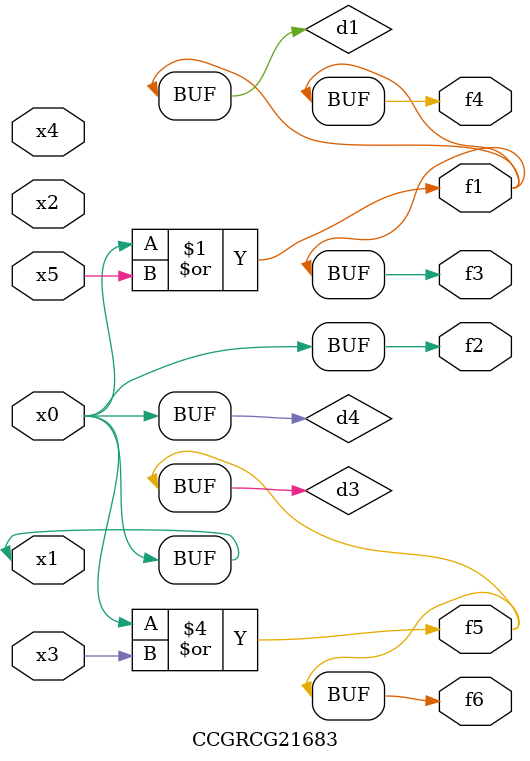
<source format=v>
module CCGRCG21683(
	input x0, x1, x2, x3, x4, x5,
	output f1, f2, f3, f4, f5, f6
);

	wire d1, d2, d3, d4;

	or (d1, x0, x5);
	xnor (d2, x1, x4);
	or (d3, x0, x3);
	buf (d4, x0, x1);
	assign f1 = d1;
	assign f2 = d4;
	assign f3 = d1;
	assign f4 = d1;
	assign f5 = d3;
	assign f6 = d3;
endmodule

</source>
